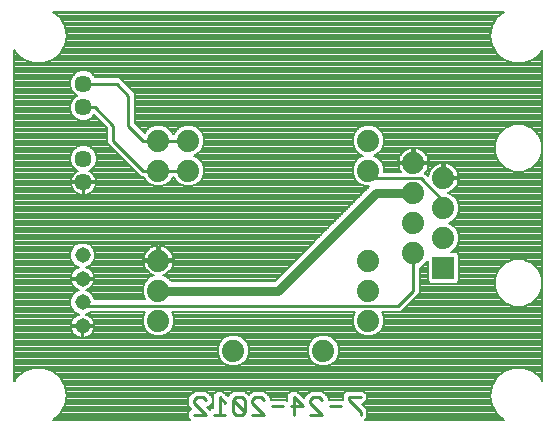
<source format=gbl>
G75*
G70*
%OFA0B0*%
%FSLAX24Y24*%
%IPPOS*%
%LPD*%
%AMOC8*
5,1,8,0,0,1.08239X$1,22.5*
%
%ADD10C,0.0110*%
%ADD11C,0.0740*%
%ADD12R,0.0740X0.0740*%
%ADD13C,0.0516*%
%ADD14C,0.0570*%
%ADD15C,0.0300*%
%ADD16C,0.0080*%
%ADD17C,0.0100*%
D10*
X010845Y010355D02*
X011239Y010355D01*
X010845Y010749D01*
X010845Y010847D01*
X010943Y010946D01*
X011140Y010946D01*
X011239Y010847D01*
X011686Y010946D02*
X011883Y010749D01*
X012134Y010847D02*
X012528Y010453D01*
X012429Y010355D01*
X012232Y010355D01*
X012134Y010453D01*
X012134Y010847D01*
X012232Y010946D01*
X012429Y010946D01*
X012528Y010847D01*
X012528Y010453D01*
X012779Y010355D02*
X013172Y010355D01*
X012779Y010749D01*
X012779Y010847D01*
X012877Y010946D01*
X013074Y010946D01*
X013172Y010847D01*
X013423Y010650D02*
X013817Y010650D01*
X014068Y010650D02*
X014461Y010650D01*
X014166Y010946D01*
X014166Y010355D01*
X014712Y010355D02*
X015106Y010355D01*
X014712Y010749D01*
X014712Y010847D01*
X014811Y010946D01*
X015007Y010946D01*
X015106Y010847D01*
X015357Y010650D02*
X015750Y010650D01*
X016001Y010847D02*
X016395Y010453D01*
X016395Y010355D01*
X016395Y010946D02*
X016001Y010946D01*
X016001Y010847D01*
X011883Y010355D02*
X011489Y010355D01*
X011686Y010355D02*
X011686Y010946D01*
D11*
X012150Y012500D03*
X009650Y013500D03*
X009650Y014500D03*
X009650Y015500D03*
X009650Y018500D03*
X010650Y018500D03*
X010650Y019500D03*
X009650Y019500D03*
X016650Y019500D03*
X018150Y018750D03*
X019150Y018250D03*
X018150Y017750D03*
X019150Y017250D03*
X018150Y016750D03*
X019150Y016250D03*
X018150Y015750D03*
X016650Y015500D03*
X016650Y014500D03*
X016650Y013500D03*
X015150Y012500D03*
X016650Y018500D03*
D12*
X019150Y015250D03*
D13*
X007119Y014894D03*
X007119Y015681D03*
X007119Y014106D03*
X007119Y013319D03*
D14*
X007150Y018106D03*
X007150Y018894D03*
X007150Y020606D03*
X007150Y021394D03*
D15*
X013650Y014500D02*
X016900Y017750D01*
X018150Y017750D01*
X013650Y014500D02*
X009650Y014500D01*
D16*
X006373Y010393D02*
X006143Y010200D01*
X010696Y010200D01*
X010630Y010266D01*
X010630Y010444D01*
X010738Y010552D01*
X010630Y010660D01*
X010630Y010936D01*
X010704Y011010D01*
X010728Y011035D01*
X010728Y011035D01*
X010781Y011087D01*
X010854Y011161D01*
X011229Y011161D01*
X011305Y011085D01*
X011355Y011035D01*
X011355Y011035D01*
X011454Y010936D01*
X011454Y010758D01*
X011328Y010632D01*
X011266Y010632D01*
X011364Y010534D01*
X011400Y010570D01*
X011471Y010570D01*
X011471Y011035D01*
X011595Y011159D01*
X011597Y011161D01*
X011775Y011161D01*
X011959Y010976D01*
X012016Y011033D01*
X012017Y011035D01*
X012017Y011035D01*
X012068Y011085D01*
X012143Y011161D01*
X012518Y011161D01*
X012592Y011087D01*
X012644Y011035D01*
X012644Y011035D01*
X012653Y011026D01*
X012662Y011035D01*
X012662Y011035D01*
X012714Y011087D01*
X012788Y011161D01*
X013163Y011161D01*
X013239Y011085D01*
X013289Y011035D01*
X013289Y011035D01*
X013387Y010936D01*
X013387Y010865D01*
X013906Y010865D01*
X013942Y010829D01*
X013951Y010838D01*
X013951Y011035D01*
X014077Y011161D01*
X014255Y011161D01*
X014497Y010918D01*
X014497Y010936D01*
X014571Y011010D01*
X014596Y011035D01*
X014596Y011035D01*
X014648Y011087D01*
X014722Y011161D01*
X015097Y011161D01*
X015172Y011085D01*
X015222Y011035D01*
X015222Y011035D01*
X015321Y010936D01*
X015321Y010865D01*
X015786Y010865D01*
X015786Y011035D01*
X015912Y011161D01*
X016484Y011161D01*
X016610Y011035D01*
X016610Y010856D01*
X016484Y010731D01*
X016422Y010731D01*
X016606Y010546D01*
X016610Y010542D01*
X016610Y010266D01*
X016544Y010200D01*
X021157Y010200D01*
X020927Y010393D01*
X020927Y010393D01*
X020763Y010677D01*
X020763Y010677D01*
X020706Y011000D01*
X020706Y011000D01*
X020763Y011323D01*
X020763Y011323D01*
X020927Y011607D01*
X020927Y011607D01*
X021178Y011818D01*
X021178Y011818D01*
X021486Y011930D01*
X021814Y011930D01*
X022122Y011818D01*
X022122Y011818D01*
X022373Y011607D01*
X022373Y011607D01*
X022450Y011474D01*
X022450Y022526D01*
X022373Y022393D01*
X022373Y022393D01*
X022122Y022182D01*
X022122Y022182D01*
X021814Y022070D01*
X021486Y022070D01*
X021178Y022182D01*
X021178Y022182D01*
X020927Y022393D01*
X020927Y022393D01*
X020763Y022677D01*
X020763Y022677D01*
X020706Y023000D01*
X020706Y023000D01*
X020763Y023323D01*
X020763Y023323D01*
X020927Y023607D01*
X020927Y023607D01*
X021157Y023800D01*
X006143Y023800D01*
X006373Y023607D01*
X006373Y023607D01*
X006537Y023323D01*
X006537Y023323D01*
X006594Y023000D01*
X006594Y023000D01*
X006537Y022677D01*
X006537Y022677D01*
X006373Y022393D01*
X006373Y022393D01*
X006122Y022182D01*
X006122Y022182D01*
X005814Y022070D01*
X005486Y022070D01*
X005178Y022182D01*
X005178Y022182D01*
X004927Y022393D01*
X004927Y022393D01*
X004850Y022526D01*
X004850Y011474D01*
X004927Y011607D01*
X004927Y011607D01*
X005178Y011818D01*
X005178Y011818D01*
X005486Y011930D01*
X005814Y011930D01*
X006122Y011818D01*
X006122Y011818D01*
X006373Y011607D01*
X006373Y011607D01*
X006537Y011323D01*
X006537Y011323D01*
X006594Y011000D01*
X006594Y011000D01*
X006537Y010677D01*
X006537Y010677D01*
X006373Y010393D01*
X006373Y010393D01*
X006373Y010393D01*
X010630Y010393D01*
X010630Y010314D02*
X006279Y010314D01*
X006186Y010236D02*
X010660Y010236D01*
X010657Y010471D02*
X006418Y010471D01*
X006464Y010550D02*
X010735Y010550D01*
X010662Y010628D02*
X006509Y010628D01*
X006543Y010707D02*
X010630Y010707D01*
X010630Y010785D02*
X006556Y010785D01*
X006570Y010864D02*
X010630Y010864D01*
X010636Y010942D02*
X006584Y010942D01*
X006591Y011021D02*
X010714Y011021D01*
X010793Y011099D02*
X006577Y011099D01*
X006563Y011178D02*
X020737Y011178D01*
X020751Y011256D02*
X006549Y011256D01*
X006531Y011335D02*
X020769Y011335D01*
X020815Y011413D02*
X006485Y011413D01*
X006440Y011492D02*
X020860Y011492D01*
X020905Y011570D02*
X006395Y011570D01*
X006324Y011649D02*
X020976Y011649D01*
X020927Y011607D02*
X020927Y011607D01*
X021070Y011727D02*
X006230Y011727D01*
X006137Y011806D02*
X021163Y011806D01*
X021360Y011884D02*
X005940Y011884D01*
X005360Y011884D02*
X004850Y011884D01*
X004850Y011806D02*
X005163Y011806D01*
X005070Y011727D02*
X004850Y011727D01*
X004850Y011649D02*
X004976Y011649D01*
X004927Y011607D02*
X004927Y011607D01*
X004905Y011570D02*
X004850Y011570D01*
X004850Y011492D02*
X004860Y011492D01*
X004850Y011963D02*
X022450Y011963D01*
X022450Y012041D02*
X015427Y012041D01*
X015450Y012051D02*
X015599Y012200D01*
X015680Y012395D01*
X015680Y012605D01*
X015599Y012800D01*
X015450Y012949D01*
X015255Y013030D01*
X015045Y013030D01*
X014850Y012949D01*
X014701Y012800D01*
X014620Y012605D01*
X014620Y012395D01*
X014701Y012200D01*
X014850Y012051D01*
X015045Y011970D01*
X015255Y011970D01*
X015450Y012051D01*
X015519Y012120D02*
X022450Y012120D01*
X022450Y012198D02*
X015598Y012198D01*
X015631Y012277D02*
X022450Y012277D01*
X022450Y012355D02*
X015664Y012355D01*
X015680Y012434D02*
X022450Y012434D01*
X022450Y012512D02*
X015680Y012512D01*
X015680Y012591D02*
X022450Y012591D01*
X022450Y012669D02*
X015654Y012669D01*
X015621Y012748D02*
X022450Y012748D01*
X022450Y012826D02*
X015574Y012826D01*
X015495Y012905D02*
X022450Y012905D01*
X022450Y012983D02*
X016787Y012983D01*
X016755Y012970D02*
X016950Y013051D01*
X017099Y013200D01*
X017180Y013395D01*
X017180Y013605D01*
X017104Y013790D01*
X017737Y013790D01*
X018237Y014290D01*
X018360Y014413D01*
X018360Y015263D01*
X018450Y015301D01*
X018599Y015450D01*
X018620Y015500D01*
X018620Y014814D01*
X018714Y014720D01*
X019586Y014720D01*
X019680Y014814D01*
X019680Y015686D01*
X019586Y015780D01*
X019400Y015780D01*
X019450Y015801D01*
X019599Y015950D01*
X019680Y016145D01*
X019680Y016355D01*
X019599Y016550D01*
X019450Y016699D01*
X019328Y016750D01*
X019450Y016801D01*
X019599Y016950D01*
X019680Y017145D01*
X019680Y017355D01*
X019599Y017550D01*
X019450Y017699D01*
X019299Y017762D01*
X019346Y017777D01*
X019417Y017814D01*
X019482Y017861D01*
X019539Y017918D01*
X019586Y017983D01*
X019623Y018054D01*
X019647Y018131D01*
X019660Y018210D01*
X019190Y018210D01*
X019190Y018290D01*
X019110Y018290D01*
X019110Y018760D01*
X019110Y018760D01*
X019031Y018747D01*
X018954Y018723D01*
X018883Y018686D01*
X018818Y018639D01*
X018761Y018582D01*
X018714Y018517D01*
X018677Y018446D01*
X018653Y018369D01*
X018642Y018305D01*
X018534Y018413D01*
X018539Y018418D01*
X018586Y018483D01*
X018623Y018554D01*
X018647Y018631D01*
X018660Y018710D01*
X018190Y018710D01*
X018190Y018790D01*
X018110Y018790D01*
X018110Y019260D01*
X018110Y019260D01*
X018031Y019247D01*
X017954Y019223D01*
X017883Y019186D01*
X017818Y019139D01*
X017761Y019082D01*
X017714Y019017D01*
X017677Y018946D01*
X017653Y018869D01*
X017640Y018790D01*
X018110Y018790D01*
X018110Y018710D01*
X017640Y018710D01*
X017640Y018710D01*
X017653Y018631D01*
X017677Y018554D01*
X017714Y018483D01*
X017730Y018460D01*
X017180Y018460D01*
X017180Y018605D01*
X017099Y018800D01*
X016950Y018949D01*
X016828Y019000D01*
X016950Y019051D01*
X017099Y019200D01*
X017180Y019395D01*
X017180Y019605D01*
X017099Y019800D01*
X016950Y019949D01*
X016755Y020030D01*
X016545Y020030D01*
X016350Y019949D01*
X016201Y019800D01*
X016120Y019605D01*
X016120Y019395D01*
X016201Y019200D01*
X016350Y019051D01*
X016472Y019000D01*
X016350Y018949D01*
X016201Y018800D01*
X016120Y018605D01*
X016120Y018395D01*
X016201Y018200D01*
X016350Y018051D01*
X016545Y017970D01*
X016682Y017970D01*
X013522Y014810D01*
X010090Y014810D01*
X009950Y014949D01*
X009799Y015012D01*
X009846Y015027D01*
X009917Y015064D01*
X009982Y015111D01*
X010039Y015168D01*
X010086Y015233D01*
X010123Y015304D01*
X010147Y015381D01*
X010160Y015460D01*
X009690Y015460D01*
X009690Y015540D01*
X009610Y015540D01*
X009610Y016010D01*
X009610Y016010D01*
X009531Y015997D01*
X009454Y015973D01*
X009383Y015936D01*
X009318Y015889D01*
X009261Y015832D01*
X009214Y015767D01*
X009177Y015696D01*
X009153Y015619D01*
X009140Y015540D01*
X009610Y015540D01*
X009610Y015460D01*
X009140Y015460D01*
X009140Y015460D01*
X009153Y015381D01*
X009177Y015304D01*
X009214Y015233D01*
X009261Y015168D01*
X009318Y015111D01*
X009383Y015064D01*
X009454Y015027D01*
X009501Y015012D01*
X009350Y014949D01*
X009201Y014800D01*
X009120Y014605D01*
X009120Y014395D01*
X009196Y014210D01*
X007528Y014210D01*
X007473Y014343D01*
X007355Y014460D01*
X007233Y014511D01*
X007235Y014511D01*
X007307Y014541D01*
X007372Y014585D01*
X007427Y014640D01*
X007471Y014705D01*
X007501Y014778D01*
X007516Y014855D01*
X007516Y014865D01*
X007147Y014865D01*
X007147Y014923D01*
X007516Y014923D01*
X007516Y014933D01*
X007501Y015010D01*
X007471Y015082D01*
X007427Y015147D01*
X007372Y015203D01*
X007307Y015246D01*
X007235Y015276D01*
X007233Y015276D01*
X007355Y015327D01*
X007473Y015444D01*
X007536Y015598D01*
X007536Y015764D01*
X007473Y015918D01*
X007355Y016035D01*
X007202Y016099D01*
X007035Y016099D01*
X006882Y016035D01*
X006764Y015918D01*
X006701Y015764D01*
X006701Y015598D01*
X006764Y015444D01*
X006882Y015327D01*
X007004Y015276D01*
X007002Y015276D01*
X006930Y015246D01*
X006865Y015203D01*
X006810Y015147D01*
X006766Y015082D01*
X006736Y015010D01*
X006721Y014933D01*
X006721Y014923D01*
X007090Y014923D01*
X007090Y014865D01*
X006721Y014865D01*
X006721Y014855D01*
X006736Y014778D01*
X006766Y014705D01*
X006810Y014640D01*
X006865Y014585D01*
X006930Y014541D01*
X007002Y014511D01*
X007004Y014511D01*
X006882Y014460D01*
X006764Y014343D01*
X006701Y014189D01*
X006701Y014023D01*
X006764Y013870D01*
X006882Y013752D01*
X007004Y013702D01*
X007002Y013701D01*
X006930Y013671D01*
X006865Y013628D01*
X006810Y013572D01*
X006766Y013507D01*
X006736Y013435D01*
X006721Y013358D01*
X006721Y013348D01*
X007090Y013348D01*
X007090Y013290D01*
X007147Y013290D01*
X007147Y012921D01*
X007158Y012921D01*
X007235Y012936D01*
X007307Y012966D01*
X007372Y013010D01*
X007427Y013065D01*
X007471Y013130D01*
X007501Y013203D01*
X007516Y013280D01*
X007516Y013290D01*
X007147Y013290D01*
X007147Y013348D01*
X007516Y013348D01*
X007516Y013358D01*
X007501Y013435D01*
X007471Y013507D01*
X007427Y013572D01*
X007372Y013628D01*
X007307Y013671D01*
X007235Y013701D01*
X007233Y013702D01*
X007355Y013752D01*
X007393Y013790D01*
X009196Y013790D01*
X009120Y013605D01*
X009120Y013395D01*
X009201Y013200D01*
X009350Y013051D01*
X009545Y012970D01*
X009755Y012970D01*
X009950Y013051D01*
X010099Y013200D01*
X010180Y013395D01*
X010180Y013605D01*
X010104Y013790D01*
X016196Y013790D01*
X016120Y013605D01*
X016120Y013395D01*
X016201Y013200D01*
X016350Y013051D01*
X016545Y012970D01*
X016755Y012970D01*
X016961Y013062D02*
X022450Y013062D01*
X022450Y013140D02*
X017040Y013140D01*
X017107Y013219D02*
X022450Y013219D01*
X022450Y013297D02*
X017140Y013297D01*
X017172Y013376D02*
X022450Y013376D01*
X022450Y013454D02*
X017180Y013454D01*
X017180Y013533D02*
X022450Y013533D01*
X022450Y013611D02*
X017178Y013611D01*
X017145Y013690D02*
X022450Y013690D01*
X022450Y013768D02*
X017113Y013768D01*
X017793Y013847D02*
X022450Y013847D01*
X022450Y013925D02*
X017872Y013925D01*
X017950Y014004D02*
X021388Y014004D01*
X021493Y013960D02*
X021807Y013960D01*
X022097Y014080D01*
X022320Y014303D01*
X022440Y014593D01*
X022440Y014907D01*
X022320Y015197D01*
X022097Y015420D01*
X021807Y015540D01*
X021493Y015540D01*
X021203Y015420D01*
X020980Y015197D01*
X020860Y014907D01*
X020860Y014593D01*
X020980Y014303D01*
X021203Y014080D01*
X021493Y013960D01*
X021201Y014082D02*
X018029Y014082D01*
X018107Y014161D02*
X021122Y014161D01*
X021044Y014239D02*
X018186Y014239D01*
X018264Y014318D02*
X020974Y014318D01*
X020942Y014396D02*
X018343Y014396D01*
X018360Y014475D02*
X020909Y014475D01*
X020877Y014553D02*
X018360Y014553D01*
X018360Y014632D02*
X020860Y014632D01*
X020860Y014710D02*
X018360Y014710D01*
X018360Y014789D02*
X018645Y014789D01*
X018620Y014867D02*
X018360Y014867D01*
X018360Y014946D02*
X018620Y014946D01*
X018620Y015024D02*
X018360Y015024D01*
X018360Y015103D02*
X018620Y015103D01*
X018620Y015181D02*
X018360Y015181D01*
X018360Y015260D02*
X018620Y015260D01*
X018620Y015338D02*
X018488Y015338D01*
X018566Y015417D02*
X018620Y015417D01*
X018618Y015495D02*
X018620Y015495D01*
X019459Y015809D02*
X022450Y015809D01*
X022450Y015731D02*
X019636Y015731D01*
X019680Y015652D02*
X022450Y015652D01*
X022450Y015574D02*
X019680Y015574D01*
X019680Y015495D02*
X021384Y015495D01*
X021199Y015417D02*
X019680Y015417D01*
X019680Y015338D02*
X021121Y015338D01*
X021042Y015260D02*
X019680Y015260D01*
X019680Y015181D02*
X020974Y015181D01*
X020941Y015103D02*
X019680Y015103D01*
X019680Y015024D02*
X020908Y015024D01*
X020876Y014946D02*
X019680Y014946D01*
X019680Y014867D02*
X020860Y014867D01*
X020860Y014789D02*
X019655Y014789D01*
X019537Y015888D02*
X022450Y015888D01*
X022450Y015966D02*
X019606Y015966D01*
X019639Y016045D02*
X022450Y016045D01*
X022450Y016123D02*
X019671Y016123D01*
X019680Y016202D02*
X022450Y016202D01*
X022450Y016280D02*
X019680Y016280D01*
X019679Y016359D02*
X022450Y016359D01*
X022450Y016437D02*
X019646Y016437D01*
X019614Y016516D02*
X022450Y016516D01*
X022450Y016594D02*
X019556Y016594D01*
X019477Y016673D02*
X022450Y016673D01*
X022450Y016751D02*
X019330Y016751D01*
X019479Y016830D02*
X022450Y016830D01*
X022450Y016908D02*
X019558Y016908D01*
X019615Y016987D02*
X022450Y016987D01*
X022450Y017065D02*
X019647Y017065D01*
X019680Y017144D02*
X022450Y017144D01*
X022450Y017222D02*
X019680Y017222D01*
X019680Y017301D02*
X022450Y017301D01*
X022450Y017379D02*
X019670Y017379D01*
X019638Y017458D02*
X022450Y017458D01*
X022450Y017536D02*
X019605Y017536D01*
X019535Y017615D02*
X022450Y017615D01*
X022450Y017693D02*
X019457Y017693D01*
X019328Y017772D02*
X022450Y017772D01*
X022450Y017850D02*
X019467Y017850D01*
X019547Y017929D02*
X022450Y017929D01*
X022450Y018007D02*
X019599Y018007D01*
X019633Y018086D02*
X022450Y018086D01*
X022450Y018164D02*
X019653Y018164D01*
X019660Y018210D02*
X019660Y018210D01*
X019660Y018290D02*
X019190Y018290D01*
X019190Y018760D01*
X019190Y018760D01*
X019269Y018747D01*
X019346Y018723D01*
X019417Y018686D01*
X019482Y018639D01*
X019539Y018582D01*
X019586Y018517D01*
X019623Y018446D01*
X019647Y018369D01*
X019660Y018290D01*
X019660Y018290D01*
X019655Y018321D02*
X022450Y018321D01*
X022450Y018243D02*
X019190Y018243D01*
X019190Y018321D02*
X019110Y018321D01*
X019110Y018400D02*
X019190Y018400D01*
X019190Y018478D02*
X019110Y018478D01*
X019110Y018557D02*
X019190Y018557D01*
X019190Y018635D02*
X019110Y018635D01*
X019110Y018714D02*
X019190Y018714D01*
X019364Y018714D02*
X021069Y018714D01*
X020991Y018792D02*
X018660Y018792D01*
X018660Y018790D02*
X018647Y018869D01*
X018623Y018946D01*
X018586Y019017D01*
X018539Y019082D01*
X018482Y019139D01*
X018417Y019186D01*
X018346Y019223D01*
X018269Y019247D01*
X018190Y019260D01*
X018190Y018790D01*
X018660Y018790D01*
X018660Y018790D01*
X018660Y018710D02*
X018660Y018710D01*
X018648Y018635D02*
X018814Y018635D01*
X018742Y018557D02*
X018623Y018557D01*
X018583Y018478D02*
X018694Y018478D01*
X018662Y018400D02*
X018547Y018400D01*
X018626Y018321D02*
X018645Y018321D01*
X018936Y018714D02*
X018190Y018714D01*
X018190Y018792D02*
X018110Y018792D01*
X018110Y018714D02*
X017135Y018714D01*
X017103Y018792D02*
X017640Y018792D01*
X017640Y018790D02*
X017640Y018790D01*
X017653Y018871D02*
X017029Y018871D01*
X016951Y018949D02*
X017679Y018949D01*
X017721Y019028D02*
X016894Y019028D01*
X017006Y019106D02*
X017785Y019106D01*
X017880Y019185D02*
X017084Y019185D01*
X017126Y019263D02*
X020860Y019263D01*
X020860Y019185D02*
X018420Y019185D01*
X018515Y019106D02*
X020860Y019106D01*
X020860Y019093D02*
X020980Y018803D01*
X021203Y018580D01*
X021493Y018460D01*
X021807Y018460D01*
X022097Y018580D01*
X022320Y018803D01*
X022440Y019093D01*
X022440Y019407D01*
X022320Y019697D01*
X022097Y019920D01*
X021807Y020040D01*
X021493Y020040D01*
X021203Y019920D01*
X020980Y019697D01*
X020860Y019407D01*
X020860Y019093D01*
X020887Y019028D02*
X018579Y019028D01*
X018621Y018949D02*
X020920Y018949D01*
X020952Y018871D02*
X018647Y018871D01*
X018190Y018871D02*
X018110Y018871D01*
X018110Y018949D02*
X018190Y018949D01*
X018190Y019028D02*
X018110Y019028D01*
X018110Y019106D02*
X018190Y019106D01*
X018190Y019185D02*
X018110Y019185D01*
X018190Y019260D02*
X018190Y019260D01*
X017180Y019420D02*
X020865Y019420D01*
X020860Y019342D02*
X017158Y019342D01*
X017180Y019499D02*
X020898Y019499D01*
X020930Y019577D02*
X017180Y019577D01*
X017159Y019656D02*
X020963Y019656D01*
X021017Y019734D02*
X017127Y019734D01*
X017087Y019813D02*
X021095Y019813D01*
X021174Y019891D02*
X017009Y019891D01*
X016901Y019970D02*
X021323Y019970D01*
X021977Y019970D02*
X022450Y019970D01*
X022450Y020048D02*
X008899Y020048D01*
X008860Y020087D02*
X008860Y021087D01*
X008737Y021210D01*
X008343Y021604D01*
X007545Y021604D01*
X007527Y021646D01*
X007402Y021771D01*
X007239Y021839D01*
X007061Y021839D01*
X006898Y021771D01*
X006773Y021646D01*
X006705Y021482D01*
X006705Y021305D01*
X006773Y021142D01*
X006898Y021016D01*
X006938Y021000D01*
X006898Y020984D01*
X006773Y020858D01*
X006705Y020695D01*
X006705Y020518D01*
X006773Y020354D01*
X006898Y020229D01*
X007061Y020161D01*
X007239Y020161D01*
X007402Y020229D01*
X007513Y020340D01*
X007940Y019913D01*
X007940Y019413D01*
X008063Y019290D01*
X008063Y019290D01*
X009063Y018290D01*
X009163Y018290D01*
X009201Y018200D01*
X009350Y018051D01*
X009545Y017970D01*
X009755Y017970D01*
X009950Y018051D01*
X010099Y018200D01*
X010137Y018290D01*
X010163Y018290D01*
X010201Y018200D01*
X010350Y018051D01*
X010545Y017970D01*
X010755Y017970D01*
X010950Y018051D01*
X011099Y018200D01*
X011180Y018395D01*
X011180Y018605D01*
X011099Y018800D01*
X010950Y018949D01*
X010828Y019000D01*
X010950Y019051D01*
X011099Y019200D01*
X011180Y019395D01*
X011180Y019605D01*
X011099Y019800D01*
X010950Y019949D01*
X010755Y020030D01*
X010545Y020030D01*
X010350Y019949D01*
X010201Y019800D01*
X010163Y019710D01*
X010137Y019710D01*
X010099Y019800D01*
X009950Y019949D01*
X009755Y020030D01*
X009545Y020030D01*
X009350Y019949D01*
X009201Y019800D01*
X009185Y019762D01*
X008860Y020087D01*
X008860Y020127D02*
X022450Y020127D01*
X022450Y020205D02*
X008860Y020205D01*
X008860Y020284D02*
X022450Y020284D01*
X022450Y020362D02*
X008860Y020362D01*
X008860Y020441D02*
X022450Y020441D01*
X022450Y020519D02*
X008860Y020519D01*
X008860Y020598D02*
X022450Y020598D01*
X022450Y020676D02*
X008860Y020676D01*
X008860Y020755D02*
X022450Y020755D01*
X022450Y020833D02*
X008860Y020833D01*
X008860Y020912D02*
X022450Y020912D01*
X022450Y020990D02*
X008860Y020990D01*
X008860Y021069D02*
X022450Y021069D01*
X022450Y021147D02*
X008800Y021147D01*
X008721Y021226D02*
X022450Y021226D01*
X022450Y021304D02*
X008643Y021304D01*
X008564Y021383D02*
X022450Y021383D01*
X022450Y021461D02*
X008486Y021461D01*
X008407Y021540D02*
X022450Y021540D01*
X022450Y021618D02*
X007539Y021618D01*
X007476Y021697D02*
X022450Y021697D01*
X022450Y021775D02*
X007392Y021775D01*
X006908Y021775D02*
X004850Y021775D01*
X004850Y021697D02*
X006824Y021697D01*
X006761Y021618D02*
X004850Y021618D01*
X004850Y021540D02*
X006729Y021540D01*
X006705Y021461D02*
X004850Y021461D01*
X004850Y021383D02*
X006705Y021383D01*
X006705Y021304D02*
X004850Y021304D01*
X004850Y021226D02*
X006738Y021226D01*
X006771Y021147D02*
X004850Y021147D01*
X004850Y021069D02*
X006846Y021069D01*
X006914Y020990D02*
X004850Y020990D01*
X004850Y020912D02*
X006826Y020912D01*
X006762Y020833D02*
X004850Y020833D01*
X004850Y020755D02*
X006730Y020755D01*
X006705Y020676D02*
X004850Y020676D01*
X004850Y020598D02*
X006705Y020598D01*
X006705Y020519D02*
X004850Y020519D01*
X004850Y020441D02*
X006737Y020441D01*
X006770Y020362D02*
X004850Y020362D01*
X004850Y020284D02*
X006843Y020284D01*
X006956Y020205D02*
X004850Y020205D01*
X004850Y020127D02*
X007726Y020127D01*
X007648Y020205D02*
X007344Y020205D01*
X007457Y020284D02*
X007569Y020284D01*
X007805Y020048D02*
X004850Y020048D01*
X004850Y019970D02*
X007883Y019970D01*
X007940Y019891D02*
X004850Y019891D01*
X004850Y019813D02*
X007940Y019813D01*
X007940Y019734D02*
X004850Y019734D01*
X004850Y019656D02*
X007940Y019656D01*
X007940Y019577D02*
X004850Y019577D01*
X004850Y019499D02*
X007940Y019499D01*
X007940Y019420D02*
X004850Y019420D01*
X004850Y019342D02*
X008011Y019342D01*
X008090Y019263D02*
X007410Y019263D01*
X007402Y019271D02*
X007239Y019339D01*
X007061Y019339D01*
X006898Y019271D01*
X006773Y019146D01*
X006705Y018982D01*
X006705Y018805D01*
X006773Y018642D01*
X006898Y018516D01*
X006965Y018489D01*
X006927Y018470D01*
X006873Y018430D01*
X006826Y018383D01*
X006787Y018329D01*
X006756Y018269D01*
X006735Y018206D01*
X006725Y018140D01*
X006725Y018135D01*
X007121Y018135D01*
X007121Y018077D01*
X007179Y018077D01*
X007179Y017681D01*
X007183Y017681D01*
X007250Y017692D01*
X007313Y017712D01*
X007373Y017743D01*
X007427Y017782D01*
X007474Y017829D01*
X007513Y017884D01*
X007544Y017943D01*
X007565Y018007D01*
X009455Y018007D01*
X009315Y018086D02*
X007179Y018086D01*
X007179Y018077D02*
X007179Y018135D01*
X007575Y018135D01*
X007575Y018140D01*
X007565Y018206D01*
X007544Y018269D01*
X007513Y018329D01*
X007474Y018383D01*
X007427Y018430D01*
X007373Y018470D01*
X007335Y018489D01*
X007402Y018516D01*
X007527Y018642D01*
X007595Y018805D01*
X007595Y018982D01*
X007527Y019146D01*
X007402Y019271D01*
X007488Y019185D02*
X008168Y019185D01*
X008247Y019106D02*
X007544Y019106D01*
X007576Y019028D02*
X008325Y019028D01*
X008404Y018949D02*
X007595Y018949D01*
X007595Y018871D02*
X008482Y018871D01*
X008561Y018792D02*
X007590Y018792D01*
X007557Y018714D02*
X008639Y018714D01*
X008718Y018635D02*
X007521Y018635D01*
X007442Y018557D02*
X008796Y018557D01*
X008875Y018478D02*
X007357Y018478D01*
X007458Y018400D02*
X008953Y018400D01*
X009032Y018321D02*
X007518Y018321D01*
X007553Y018243D02*
X009183Y018243D01*
X009236Y018164D02*
X007571Y018164D01*
X007575Y018077D02*
X007179Y018077D01*
X007121Y018077D02*
X007121Y017681D01*
X007117Y017681D01*
X007050Y017692D01*
X006987Y017712D01*
X006927Y017743D01*
X006873Y017782D01*
X006826Y017829D01*
X006787Y017884D01*
X006756Y017943D01*
X006735Y018007D01*
X004850Y018007D01*
X004850Y017929D02*
X006764Y017929D01*
X006735Y018007D02*
X006725Y018073D01*
X006725Y018077D01*
X007121Y018077D01*
X007121Y018086D02*
X004850Y018086D01*
X004850Y018164D02*
X006729Y018164D01*
X006747Y018243D02*
X004850Y018243D01*
X004850Y018321D02*
X006782Y018321D01*
X006842Y018400D02*
X004850Y018400D01*
X004850Y018478D02*
X006943Y018478D01*
X006858Y018557D02*
X004850Y018557D01*
X004850Y018635D02*
X006779Y018635D01*
X006743Y018714D02*
X004850Y018714D01*
X004850Y018792D02*
X006710Y018792D01*
X006705Y018871D02*
X004850Y018871D01*
X004850Y018949D02*
X006705Y018949D01*
X006724Y019028D02*
X004850Y019028D01*
X004850Y019106D02*
X006756Y019106D01*
X006812Y019185D02*
X004850Y019185D01*
X004850Y019263D02*
X006890Y019263D01*
X007121Y018007D02*
X007179Y018007D01*
X007179Y017929D02*
X007121Y017929D01*
X007121Y017850D02*
X007179Y017850D01*
X007179Y017772D02*
X007121Y017772D01*
X007121Y017693D02*
X007179Y017693D01*
X007253Y017693D02*
X016405Y017693D01*
X016483Y017772D02*
X007412Y017772D01*
X007489Y017850D02*
X016562Y017850D01*
X016640Y017929D02*
X007536Y017929D01*
X007565Y018007D02*
X007575Y018073D01*
X007575Y018077D01*
X006888Y017772D02*
X004850Y017772D01*
X004850Y017850D02*
X006811Y017850D01*
X007047Y017693D02*
X004850Y017693D01*
X004850Y017615D02*
X016326Y017615D01*
X016248Y017536D02*
X004850Y017536D01*
X004850Y017458D02*
X016169Y017458D01*
X016091Y017379D02*
X004850Y017379D01*
X004850Y017301D02*
X016012Y017301D01*
X015934Y017222D02*
X004850Y017222D01*
X004850Y017144D02*
X015855Y017144D01*
X015777Y017065D02*
X004850Y017065D01*
X004850Y016987D02*
X015698Y016987D01*
X015620Y016908D02*
X004850Y016908D01*
X004850Y016830D02*
X015541Y016830D01*
X015463Y016751D02*
X004850Y016751D01*
X004850Y016673D02*
X015384Y016673D01*
X015306Y016594D02*
X004850Y016594D01*
X004850Y016516D02*
X015227Y016516D01*
X015149Y016437D02*
X004850Y016437D01*
X004850Y016359D02*
X015070Y016359D01*
X014992Y016280D02*
X004850Y016280D01*
X004850Y016202D02*
X014913Y016202D01*
X014835Y016123D02*
X004850Y016123D01*
X004850Y016045D02*
X006904Y016045D01*
X006813Y015966D02*
X004850Y015966D01*
X004850Y015888D02*
X006752Y015888D01*
X006719Y015809D02*
X004850Y015809D01*
X004850Y015731D02*
X006701Y015731D01*
X006701Y015652D02*
X004850Y015652D01*
X004850Y015574D02*
X006711Y015574D01*
X006743Y015495D02*
X004850Y015495D01*
X004850Y015417D02*
X006792Y015417D01*
X006871Y015338D02*
X004850Y015338D01*
X004850Y015260D02*
X006962Y015260D01*
X006843Y015181D02*
X004850Y015181D01*
X004850Y015103D02*
X006780Y015103D01*
X006742Y015024D02*
X004850Y015024D01*
X004850Y014946D02*
X006723Y014946D01*
X006734Y014789D02*
X004850Y014789D01*
X004850Y014867D02*
X007090Y014867D01*
X007147Y014867D02*
X009267Y014867D01*
X009196Y014789D02*
X007503Y014789D01*
X007473Y014710D02*
X009163Y014710D01*
X009131Y014632D02*
X007419Y014632D01*
X007325Y014553D02*
X009120Y014553D01*
X009120Y014475D02*
X007321Y014475D01*
X007420Y014396D02*
X009120Y014396D01*
X009152Y014318D02*
X007483Y014318D01*
X007516Y014239D02*
X009184Y014239D01*
X009187Y013768D02*
X007371Y013768D01*
X007263Y013690D02*
X009155Y013690D01*
X009122Y013611D02*
X007389Y013611D01*
X007454Y013533D02*
X009120Y013533D01*
X009120Y013454D02*
X007493Y013454D01*
X007513Y013376D02*
X009128Y013376D01*
X009160Y013297D02*
X007147Y013297D01*
X007090Y013297D02*
X004850Y013297D01*
X004850Y013219D02*
X006733Y013219D01*
X006736Y013203D02*
X006766Y013130D01*
X006810Y013065D01*
X006865Y013010D01*
X006930Y012966D01*
X007002Y012936D01*
X007079Y012921D01*
X007090Y012921D01*
X007090Y013290D01*
X006721Y013290D01*
X006721Y013280D01*
X006736Y013203D01*
X006762Y013140D02*
X004850Y013140D01*
X004850Y013062D02*
X006813Y013062D01*
X006905Y012983D02*
X004850Y012983D01*
X004850Y012905D02*
X011805Y012905D01*
X011850Y012949D02*
X011701Y012800D01*
X011620Y012605D01*
X011620Y012395D01*
X011701Y012200D01*
X011850Y012051D01*
X012045Y011970D01*
X012255Y011970D01*
X012450Y012051D01*
X012599Y012200D01*
X012680Y012395D01*
X012680Y012605D01*
X012599Y012800D01*
X012450Y012949D01*
X012255Y013030D01*
X012045Y013030D01*
X011850Y012949D01*
X011931Y012983D02*
X009787Y012983D01*
X009961Y013062D02*
X016339Y013062D01*
X016260Y013140D02*
X010040Y013140D01*
X010107Y013219D02*
X016193Y013219D01*
X016160Y013297D02*
X010140Y013297D01*
X010172Y013376D02*
X016128Y013376D01*
X016120Y013454D02*
X010180Y013454D01*
X010180Y013533D02*
X016120Y013533D01*
X016122Y013611D02*
X010178Y013611D01*
X010145Y013690D02*
X016155Y013690D01*
X016187Y013768D02*
X010113Y013768D01*
X009260Y013140D02*
X007475Y013140D01*
X007504Y013219D02*
X009193Y013219D01*
X009339Y013062D02*
X007424Y013062D01*
X007332Y012983D02*
X009513Y012983D01*
X011620Y012591D02*
X004850Y012591D01*
X004850Y012669D02*
X011646Y012669D01*
X011679Y012748D02*
X004850Y012748D01*
X004850Y012826D02*
X011726Y012826D01*
X012369Y012983D02*
X014931Y012983D01*
X014805Y012905D02*
X012495Y012905D01*
X012574Y012826D02*
X014726Y012826D01*
X014679Y012748D02*
X012621Y012748D01*
X012654Y012669D02*
X014646Y012669D01*
X014620Y012591D02*
X012680Y012591D01*
X012680Y012512D02*
X014620Y012512D01*
X014620Y012434D02*
X012680Y012434D01*
X012664Y012355D02*
X014636Y012355D01*
X014669Y012277D02*
X012631Y012277D01*
X012598Y012198D02*
X014702Y012198D01*
X014781Y012120D02*
X012519Y012120D01*
X012427Y012041D02*
X014873Y012041D01*
X014660Y011099D02*
X014317Y011099D01*
X014395Y011021D02*
X014582Y011021D01*
X014503Y010942D02*
X014474Y010942D01*
X014016Y011099D02*
X013224Y011099D01*
X013303Y011021D02*
X013951Y011021D01*
X013951Y010942D02*
X013381Y010942D01*
X012726Y011099D02*
X012580Y011099D01*
X012082Y011099D02*
X011837Y011099D01*
X011915Y011021D02*
X012003Y011021D01*
X011536Y011099D02*
X011291Y011099D01*
X011369Y011021D02*
X011471Y011021D01*
X011471Y010942D02*
X011448Y010942D01*
X011454Y010864D02*
X011471Y010864D01*
X011471Y010785D02*
X011454Y010785D01*
X011471Y010707D02*
X011402Y010707D01*
X011471Y010628D02*
X011270Y010628D01*
X011348Y010550D02*
X011380Y010550D01*
X011873Y012041D02*
X004850Y012041D01*
X004850Y012120D02*
X011781Y012120D01*
X011702Y012198D02*
X004850Y012198D01*
X004850Y012277D02*
X011669Y012277D01*
X011636Y012355D02*
X004850Y012355D01*
X004850Y012434D02*
X011620Y012434D01*
X011620Y012512D02*
X004850Y012512D01*
X004850Y013376D02*
X006724Y013376D01*
X006744Y013454D02*
X004850Y013454D01*
X004850Y013533D02*
X006783Y013533D01*
X006848Y013611D02*
X004850Y013611D01*
X004850Y013690D02*
X006974Y013690D01*
X006866Y013768D02*
X004850Y013768D01*
X004850Y013847D02*
X006787Y013847D01*
X006741Y013925D02*
X004850Y013925D01*
X004850Y014004D02*
X006709Y014004D01*
X006701Y014082D02*
X004850Y014082D01*
X004850Y014161D02*
X006701Y014161D01*
X006721Y014239D02*
X004850Y014239D01*
X004850Y014318D02*
X006754Y014318D01*
X006817Y014396D02*
X004850Y014396D01*
X004850Y014475D02*
X006916Y014475D01*
X006912Y014553D02*
X004850Y014553D01*
X004850Y014632D02*
X006818Y014632D01*
X006764Y014710D02*
X004850Y014710D01*
X007275Y015260D02*
X009200Y015260D01*
X009166Y015338D02*
X007366Y015338D01*
X007445Y015417D02*
X009147Y015417D01*
X009140Y015540D02*
X009140Y015540D01*
X009145Y015574D02*
X007526Y015574D01*
X007536Y015652D02*
X009163Y015652D01*
X009195Y015731D02*
X007536Y015731D01*
X007518Y015809D02*
X009244Y015809D01*
X009316Y015888D02*
X007485Y015888D01*
X007424Y015966D02*
X009441Y015966D01*
X009610Y015966D02*
X009690Y015966D01*
X009690Y016010D02*
X009690Y015540D01*
X010160Y015540D01*
X010160Y015540D01*
X010147Y015619D01*
X010123Y015696D01*
X010086Y015767D01*
X010039Y015832D01*
X009982Y015889D01*
X009917Y015936D01*
X009846Y015973D01*
X009769Y015997D01*
X009690Y016010D01*
X009690Y016010D01*
X009690Y015888D02*
X009610Y015888D01*
X009610Y015809D02*
X009690Y015809D01*
X009690Y015731D02*
X009610Y015731D01*
X009610Y015652D02*
X009690Y015652D01*
X009690Y015574D02*
X009610Y015574D01*
X009610Y015495D02*
X007494Y015495D01*
X007394Y015181D02*
X009251Y015181D01*
X009329Y015103D02*
X007457Y015103D01*
X007495Y015024D02*
X009465Y015024D01*
X009346Y014946D02*
X007514Y014946D01*
X007333Y016045D02*
X014756Y016045D01*
X014678Y015966D02*
X009859Y015966D01*
X009984Y015888D02*
X014599Y015888D01*
X014521Y015809D02*
X010056Y015809D01*
X010105Y015731D02*
X014442Y015731D01*
X014364Y015652D02*
X010137Y015652D01*
X010155Y015574D02*
X014285Y015574D01*
X014207Y015495D02*
X009690Y015495D01*
X010153Y015417D02*
X014128Y015417D01*
X014050Y015338D02*
X010134Y015338D01*
X010100Y015260D02*
X013971Y015260D01*
X013893Y015181D02*
X010049Y015181D01*
X009971Y015103D02*
X013814Y015103D01*
X013736Y015024D02*
X009835Y015024D01*
X009954Y014946D02*
X013657Y014946D01*
X013579Y014867D02*
X010033Y014867D01*
X010160Y015460D02*
X010160Y015460D01*
X007147Y013219D02*
X007090Y013219D01*
X007090Y013140D02*
X007147Y013140D01*
X007147Y013062D02*
X007090Y013062D01*
X007090Y012983D02*
X007147Y012983D01*
X013908Y010864D02*
X013951Y010864D01*
X015158Y011099D02*
X015851Y011099D01*
X015786Y011021D02*
X015237Y011021D01*
X015315Y010942D02*
X015786Y010942D01*
X016446Y010707D02*
X020757Y010707D01*
X020744Y010785D02*
X016539Y010785D01*
X016610Y010864D02*
X020730Y010864D01*
X020716Y010942D02*
X016610Y010942D01*
X016610Y011021D02*
X020709Y011021D01*
X020723Y011099D02*
X016546Y011099D01*
X016524Y010628D02*
X020791Y010628D01*
X020836Y010550D02*
X016603Y010550D01*
X016610Y010471D02*
X020882Y010471D01*
X020927Y010393D02*
X016610Y010393D01*
X016610Y010314D02*
X021021Y010314D01*
X021114Y010236D02*
X016580Y010236D01*
X016513Y012983D02*
X015369Y012983D01*
X021912Y014004D02*
X022450Y014004D01*
X022450Y014082D02*
X022099Y014082D01*
X022178Y014161D02*
X022450Y014161D01*
X022450Y014239D02*
X022256Y014239D01*
X022326Y014318D02*
X022450Y014318D01*
X022450Y014396D02*
X022358Y014396D01*
X022391Y014475D02*
X022450Y014475D01*
X022450Y014553D02*
X022423Y014553D01*
X022440Y014632D02*
X022450Y014632D01*
X022440Y014710D02*
X022450Y014710D01*
X022440Y014789D02*
X022450Y014789D01*
X022440Y014867D02*
X022450Y014867D01*
X022450Y014946D02*
X022424Y014946D01*
X022450Y015024D02*
X022392Y015024D01*
X022359Y015103D02*
X022450Y015103D01*
X022450Y015181D02*
X022326Y015181D01*
X022258Y015260D02*
X022450Y015260D01*
X022450Y015338D02*
X022179Y015338D01*
X022101Y015417D02*
X022450Y015417D01*
X022450Y015495D02*
X021916Y015495D01*
X022450Y018400D02*
X019638Y018400D01*
X019606Y018478D02*
X021450Y018478D01*
X021260Y018557D02*
X019558Y018557D01*
X019486Y018635D02*
X021148Y018635D01*
X021850Y018478D02*
X022450Y018478D01*
X022450Y018557D02*
X022040Y018557D01*
X022152Y018635D02*
X022450Y018635D01*
X022450Y018714D02*
X022231Y018714D01*
X022309Y018792D02*
X022450Y018792D01*
X022450Y018871D02*
X022348Y018871D01*
X022380Y018949D02*
X022450Y018949D01*
X022450Y019028D02*
X022413Y019028D01*
X022440Y019106D02*
X022450Y019106D01*
X022440Y019185D02*
X022450Y019185D01*
X022440Y019263D02*
X022450Y019263D01*
X022440Y019342D02*
X022450Y019342D01*
X022450Y019420D02*
X022435Y019420D01*
X022450Y019499D02*
X022402Y019499D01*
X022370Y019577D02*
X022450Y019577D01*
X022450Y019656D02*
X022337Y019656D01*
X022283Y019734D02*
X022450Y019734D01*
X022450Y019813D02*
X022205Y019813D01*
X022126Y019891D02*
X022450Y019891D01*
X022450Y021854D02*
X004850Y021854D01*
X004850Y021932D02*
X022450Y021932D01*
X022450Y022011D02*
X004850Y022011D01*
X004850Y022089D02*
X005434Y022089D01*
X005218Y022168D02*
X004850Y022168D01*
X004850Y022246D02*
X005102Y022246D01*
X005008Y022325D02*
X004850Y022325D01*
X004850Y022403D02*
X004921Y022403D01*
X004875Y022482D02*
X004850Y022482D01*
X005866Y022089D02*
X021434Y022089D01*
X021218Y022168D02*
X006082Y022168D01*
X006198Y022246D02*
X021102Y022246D01*
X021008Y022325D02*
X006292Y022325D01*
X006373Y022393D02*
X006373Y022393D01*
X006379Y022403D02*
X020921Y022403D01*
X020875Y022482D02*
X006425Y022482D01*
X006470Y022560D02*
X020830Y022560D01*
X020785Y022639D02*
X006515Y022639D01*
X006544Y022717D02*
X020756Y022717D01*
X020742Y022796D02*
X006558Y022796D01*
X006572Y022874D02*
X020728Y022874D01*
X020714Y022953D02*
X006586Y022953D01*
X006589Y023031D02*
X020711Y023031D01*
X020725Y023110D02*
X006575Y023110D01*
X006561Y023188D02*
X020739Y023188D01*
X020753Y023267D02*
X006547Y023267D01*
X006525Y023345D02*
X020775Y023345D01*
X020821Y023424D02*
X006479Y023424D01*
X006434Y023502D02*
X020866Y023502D01*
X020911Y023581D02*
X006389Y023581D01*
X006311Y023659D02*
X020989Y023659D01*
X020927Y023607D02*
X020927Y023607D01*
X021082Y023738D02*
X006218Y023738D01*
X008977Y019970D02*
X009399Y019970D01*
X009291Y019891D02*
X009056Y019891D01*
X009134Y019813D02*
X009213Y019813D01*
X009901Y019970D02*
X010399Y019970D01*
X010291Y019891D02*
X010009Y019891D01*
X010087Y019813D02*
X010213Y019813D01*
X010173Y019734D02*
X010127Y019734D01*
X010901Y019970D02*
X016399Y019970D01*
X016291Y019891D02*
X011009Y019891D01*
X011087Y019813D02*
X016213Y019813D01*
X016173Y019734D02*
X011127Y019734D01*
X011159Y019656D02*
X016141Y019656D01*
X016120Y019577D02*
X011180Y019577D01*
X011180Y019499D02*
X016120Y019499D01*
X016120Y019420D02*
X011180Y019420D01*
X011158Y019342D02*
X016142Y019342D01*
X016174Y019263D02*
X011126Y019263D01*
X011084Y019185D02*
X016216Y019185D01*
X016294Y019106D02*
X011006Y019106D01*
X010894Y019028D02*
X016406Y019028D01*
X016349Y018949D02*
X010951Y018949D01*
X011029Y018871D02*
X016271Y018871D01*
X016197Y018792D02*
X011103Y018792D01*
X011135Y018714D02*
X016165Y018714D01*
X016132Y018635D02*
X011168Y018635D01*
X011180Y018557D02*
X016120Y018557D01*
X016120Y018478D02*
X011180Y018478D01*
X011180Y018400D02*
X016120Y018400D01*
X016150Y018321D02*
X011150Y018321D01*
X011117Y018243D02*
X016183Y018243D01*
X016236Y018164D02*
X011064Y018164D01*
X010985Y018086D02*
X016315Y018086D01*
X016455Y018007D02*
X010845Y018007D01*
X010455Y018007D02*
X009845Y018007D01*
X009985Y018086D02*
X010315Y018086D01*
X010236Y018164D02*
X010064Y018164D01*
X010117Y018243D02*
X010183Y018243D01*
X017168Y018635D02*
X017652Y018635D01*
X017677Y018557D02*
X017180Y018557D01*
X017180Y018478D02*
X017717Y018478D01*
X021866Y022089D02*
X022450Y022089D01*
X022450Y022168D02*
X022082Y022168D01*
X022198Y022246D02*
X022450Y022246D01*
X022450Y022325D02*
X022292Y022325D01*
X022373Y022393D02*
X022373Y022393D01*
X022379Y022403D02*
X022450Y022403D01*
X022450Y022482D02*
X022425Y022482D01*
X022450Y011884D02*
X021940Y011884D01*
X022137Y011806D02*
X022450Y011806D01*
X022450Y011727D02*
X022230Y011727D01*
X022324Y011649D02*
X022450Y011649D01*
X022450Y011570D02*
X022395Y011570D01*
X022440Y011492D02*
X022450Y011492D01*
D17*
X018150Y014500D02*
X017650Y014000D01*
X007225Y014000D01*
X007119Y014106D01*
X009150Y018500D02*
X008150Y019500D01*
X008150Y020000D01*
X007544Y020606D01*
X007150Y020606D01*
X007150Y021394D02*
X008256Y021394D01*
X008650Y021000D01*
X008650Y020000D01*
X009150Y019500D01*
X009650Y019500D01*
X010650Y019500D01*
X010650Y018500D02*
X009650Y018500D01*
X009150Y018500D01*
X016650Y018500D02*
X016900Y018250D01*
X018400Y018250D01*
X019150Y017500D01*
X019150Y017250D01*
X018150Y015750D02*
X018150Y014500D01*
M02*

</source>
